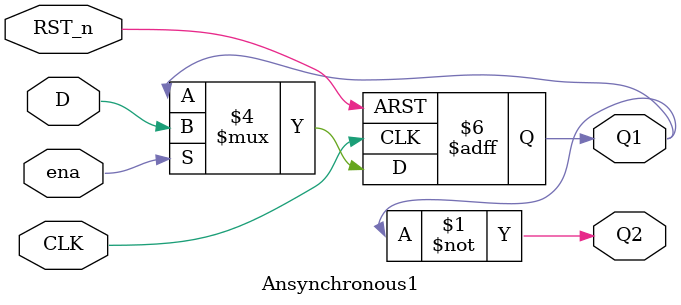
<source format=v>
`timescale 1ns / 1ns
module Ansynchronous(
    input CLK,
    input D,
    input ena,
    input RST_n,
    output reg Q1,
    output Q2
);
    assign Q2=~Q1;
    always@(negedge CLK or negedge RST_n)
    begin
    if(!RST_n)
    begin
        Q1<=0;
    end
    else if(ena)
    begin
        Q1<=D;
    end
    end
endmodule

module Ansynchronous1(
    input CLK,
    input D,
    input ena,
    input RST_n,
    output reg Q1,
    output Q2
);
    assign Q2=~Q1;
    always@(negedge CLK or negedge RST_n)
    begin
    if(!RST_n)
    begin
        Q1<=1;
    end
    else if(ena)
    begin
        Q1<=D;
    end
    end
endmodule
</source>
